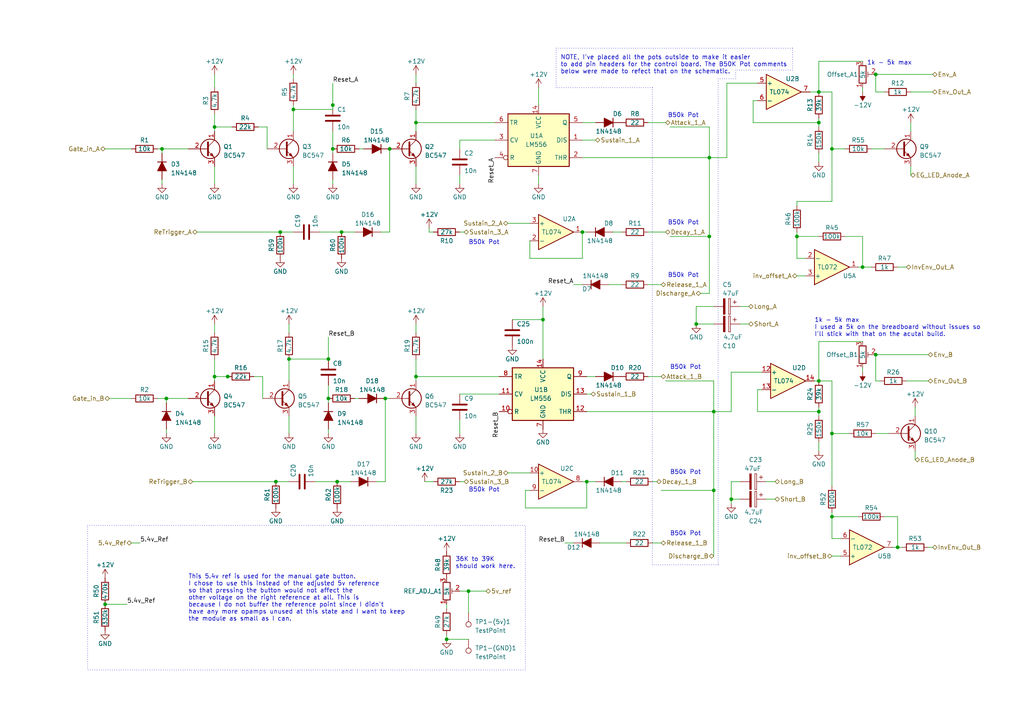
<source format=kicad_sch>
(kicad_sch (version 20230121) (generator eeschema)
  (paper "A4")
  (junction (at 81.28 67.31))
  (junction (at 96.52 30.48))
  (junction (at 95.25 115.57))
  (junction (at 85.09 31.75))
  (junction (at 66.04 109.22))
  (junction (at 237.49 119.38))
  (junction (at 212.09 144.78))
  (junction (at 168.91 67.31))
  (junction (at 46.99 43.18))
  (junction (at 113.03 43.18))
  (junction (at 135.89 171.45))
  (junction (at 201.93 93.98))
  (junction (at 95.25 104.14))
  (junction (at 254 21.59))
  (junction (at 111.76 115.57))
  (junction (at 254 102.87))
  (junction (at 207.01 119.38))
  (junction (at 250.19 77.47))
  (junction (at 99.06 67.31))
  (junction (at 120.65 109.22))
  (junction (at 48.26 115.57))
  (junction (at 129.54 185.42))
  (junction (at 237.49 35.56))
  (junction (at 80.01 139.7))
  (junction (at 231.14 68.58))
  (junction (at 205.74 45.72))
  (junction (at 62.23 36.83))
  (junction (at 260.35 158.75))
  (junction (at 96.52 43.18))
  (junction (at 237.49 26.67))
  (junction (at 30.48 175.26))
  (junction (at 207.01 142.24))
  (junction (at 241.3 125.73))
  (junction (at 157.48 92.71))
  (junction (at 83.82 104.14))
  (junction (at 97.79 139.7))
  (junction (at 120.65 35.56))
  (junction (at 237.49 110.49))
  (junction (at 241.3 149.86))
  (junction (at 241.3 43.18))
  (junction (at 170.18 139.7))
  (junction (at 62.23 109.22))
  (junction (at 205.74 68.58))
  (wire (pts (xy 168.91 74.93) (xy 168.91 67.31)))
  (wire (pts (xy 147.32 137.16) (xy 153.67 137.16)))
  (wire (pts (xy 212.09 139.7) (xy 212.09 144.78)))
  (wire (pts (xy 270.51 158.75) (xy 269.24 158.75)))
  (wire (pts (xy 62.23 36.83) (xy 67.31 36.83)))
  (wire (pts (xy 85.09 48.26) (xy 85.09 53.34)))
  (wire (pts (xy 120.65 93.98) (xy 120.65 96.52)))
  (wire (pts (xy 166.37 82.55) (xy 168.91 82.55)))
  (wire (pts (xy 214.63 88.9) (xy 217.17 88.9)))
  (wire (pts (xy 96.52 31.75) (xy 96.52 30.48)))
  (wire (pts (xy 113.03 43.18) (xy 113.03 67.31)))
  (wire (pts (xy 250.19 107.95) (xy 250.19 106.68)))
  (wire (pts (xy 123.19 139.7) (xy 125.73 139.7)))
  (wire (pts (xy 254 26.67) (xy 256.54 26.67)))
  (wire (pts (xy 254 21.59) (xy 254 26.67)))
  (wire (pts (xy 152.4 142.24) (xy 152.4 147.32)))
  (wire (pts (xy 129.54 185.42) (xy 135.89 185.42)))
  (wire (pts (xy 245.11 68.58) (xy 250.19 68.58)))
  (wire (pts (xy 95.25 97.79) (xy 95.25 104.14)))
  (wire (pts (xy 120.65 48.26) (xy 120.65 53.34)))
  (wire (pts (xy 262.89 77.47) (xy 260.35 77.47)))
  (wire (pts (xy 250.19 77.47) (xy 252.73 77.47)))
  (wire (pts (xy 207.01 119.38) (xy 207.01 142.24)))
  (wire (pts (xy 156.21 25.4) (xy 156.21 30.48)))
  (wire (pts (xy 241.3 161.29) (xy 243.84 161.29)))
  (wire (pts (xy 62.23 93.98) (xy 62.23 96.52)))
  (wire (pts (xy 73.66 109.22) (xy 76.2 109.22)))
  (wire (pts (xy 124.46 67.31) (xy 125.73 67.31)))
  (wire (pts (xy 97.79 139.7) (xy 101.6 139.7)))
  (wire (pts (xy 210.82 24.13) (xy 210.82 45.72)))
  (wire (pts (xy 62.23 109.22) (xy 66.04 109.22)))
  (wire (pts (xy 254 125.73) (xy 257.81 125.73)))
  (wire (pts (xy 187.96 35.56) (xy 193.04 35.56)))
  (wire (pts (xy 83.82 104.14) (xy 83.82 110.49)))
  (wire (pts (xy 113.03 67.31) (xy 110.49 67.31)))
  (wire (pts (xy 236.22 110.49) (xy 237.49 110.49)))
  (wire (pts (xy 48.26 115.57) (xy 48.26 116.84)))
  (wire (pts (xy 237.49 17.78) (xy 237.49 26.67)))
  (wire (pts (xy 152.4 147.32) (xy 170.18 147.32)))
  (wire (pts (xy 218.44 29.21) (xy 219.71 29.21)))
  (wire (pts (xy 76.2 109.22) (xy 76.2 115.57)))
  (wire (pts (xy 231.14 68.58) (xy 237.49 68.58)))
  (wire (pts (xy 85.09 21.59) (xy 85.09 22.86)))
  (wire (pts (xy 237.49 99.06) (xy 237.49 110.49)))
  (polyline (pts (xy 189.23 25.4) (xy 189.23 163.83)) (stroke (width 0) (type dot)))
  (wire (pts (xy 134.62 139.7) (xy 133.35 139.7)))
  (wire (pts (xy 222.25 139.7) (xy 224.79 139.7)))
  (wire (pts (xy 96.52 24.13) (xy 96.52 30.48)))
  (wire (pts (xy 95.25 115.57) (xy 95.25 116.84)))
  (polyline (pts (xy 161.29 25.4) (xy 161.29 13.97)) (stroke (width 0) (type dot)))
  (wire (pts (xy 219.71 113.03) (xy 219.71 119.38)))
  (wire (pts (xy 62.23 36.83) (xy 62.23 38.1)))
  (wire (pts (xy 205.74 68.58) (xy 205.74 85.09)))
  (wire (pts (xy 250.19 68.58) (xy 250.19 77.47)))
  (wire (pts (xy 241.3 43.18) (xy 245.11 43.18)))
  (wire (pts (xy 30.48 175.26) (xy 36.83 175.26)))
  (wire (pts (xy 83.82 93.98) (xy 83.82 96.52)))
  (wire (pts (xy 191.77 142.24) (xy 207.01 142.24)))
  (wire (pts (xy 153.67 69.85) (xy 153.67 74.93)))
  (wire (pts (xy 66.04 109.22) (xy 67.31 109.22)))
  (wire (pts (xy 262.89 110.49) (xy 269.24 110.49)))
  (wire (pts (xy 147.32 64.77) (xy 153.67 64.77)))
  (wire (pts (xy 170.18 119.38) (xy 207.01 119.38)))
  (wire (pts (xy 231.14 59.69) (xy 231.14 58.42)))
  (wire (pts (xy 129.54 184.15) (xy 129.54 185.42)))
  (wire (pts (xy 120.65 31.75) (xy 120.65 35.56)))
  (wire (pts (xy 254 110.49) (xy 254 102.87)))
  (wire (pts (xy 233.68 74.93) (xy 231.14 74.93)))
  (wire (pts (xy 48.26 115.57) (xy 54.61 115.57)))
  (wire (pts (xy 92.71 67.31) (xy 99.06 67.31)))
  (wire (pts (xy 148.59 92.71) (xy 157.48 92.71)))
  (wire (pts (xy 254 110.49) (xy 255.27 110.49)))
  (wire (pts (xy 241.3 148.59) (xy 241.3 149.86)))
  (wire (pts (xy 176.53 82.55) (xy 180.34 82.55)))
  (wire (pts (xy 252.73 43.18) (xy 256.54 43.18)))
  (wire (pts (xy 152.4 142.24) (xy 153.67 142.24)))
  (wire (pts (xy 260.35 149.86) (xy 260.35 158.75)))
  (wire (pts (xy 120.65 104.14) (xy 120.65 109.22)))
  (wire (pts (xy 218.44 29.21) (xy 218.44 35.56)))
  (wire (pts (xy 80.01 139.7) (xy 83.82 139.7)))
  (wire (pts (xy 62.23 120.65) (xy 62.23 125.73)))
  (wire (pts (xy 207.01 142.24) (xy 207.01 161.29)))
  (wire (pts (xy 46.99 53.34) (xy 46.99 52.07)))
  (wire (pts (xy 168.91 40.64) (xy 172.72 40.64)))
  (wire (pts (xy 95.25 111.76) (xy 95.25 115.57)))
  (wire (pts (xy 212.09 146.05) (xy 212.09 144.78)))
  (wire (pts (xy 207.01 88.9) (xy 201.93 88.9)))
  (wire (pts (xy 120.65 120.65) (xy 120.65 125.73)))
  (wire (pts (xy 157.48 88.9) (xy 157.48 92.71)))
  (wire (pts (xy 135.89 171.45) (xy 140.97 171.45)))
  (polyline (pts (xy 213.36 22.86) (xy 208.28 22.86)) (stroke (width 0) (type dot)))
  (wire (pts (xy 129.54 175.26) (xy 129.54 176.53)))
  (wire (pts (xy 187.96 109.22) (xy 191.77 109.22)))
  (wire (pts (xy 38.1 115.57) (xy 31.75 115.57)))
  (wire (pts (xy 111.76 139.7) (xy 109.22 139.7)))
  (wire (pts (xy 46.99 43.18) (xy 46.99 44.45)))
  (wire (pts (xy 237.49 110.49) (xy 241.3 110.49)))
  (wire (pts (xy 133.35 40.64) (xy 133.35 43.18)))
  (wire (pts (xy 163.83 157.48) (xy 166.37 157.48)))
  (wire (pts (xy 135.89 171.45) (xy 135.89 177.8)))
  (wire (pts (xy 201.93 88.9) (xy 201.93 93.98)))
  (wire (pts (xy 85.09 30.48) (xy 85.09 31.75)))
  (wire (pts (xy 237.49 35.56) (xy 237.49 36.83)))
  (wire (pts (xy 254 21.59) (xy 270.51 21.59)))
  (wire (pts (xy 189.23 157.48) (xy 191.77 157.48)))
  (wire (pts (xy 57.15 67.31) (xy 81.28 67.31)))
  (wire (pts (xy 207.01 119.38) (xy 207.01 110.49)))
  (wire (pts (xy 133.35 67.31) (xy 134.62 67.31)))
  (wire (pts (xy 111.76 115.57) (xy 111.76 139.7)))
  (wire (pts (xy 170.18 114.3) (xy 171.45 114.3)))
  (wire (pts (xy 173.99 157.48) (xy 181.61 157.48)))
  (wire (pts (xy 265.43 130.81) (xy 265.43 133.35)))
  (wire (pts (xy 218.44 35.56) (xy 237.49 35.56)))
  (wire (pts (xy 170.18 109.22) (xy 172.72 109.22)))
  (wire (pts (xy 243.84 156.21) (xy 241.3 156.21)))
  (wire (pts (xy 241.3 110.49) (xy 241.3 125.73)))
  (wire (pts (xy 38.1 157.48) (xy 40.64 157.48)))
  (wire (pts (xy 241.3 43.18) (xy 241.3 58.42)))
  (wire (pts (xy 250.19 17.78) (xy 237.49 17.78)))
  (wire (pts (xy 250.19 26.67) (xy 250.19 25.4)))
  (wire (pts (xy 212.09 107.95) (xy 212.09 119.38)))
  (wire (pts (xy 241.3 156.21) (xy 241.3 149.86)))
  (wire (pts (xy 214.63 93.98) (xy 217.17 93.98)))
  (polyline (pts (xy 208.28 22.86) (xy 208.28 163.83)) (stroke (width 0) (type dot)))
  (wire (pts (xy 85.09 31.75) (xy 85.09 38.1)))
  (wire (pts (xy 254 102.87) (xy 269.24 102.87)))
  (wire (pts (xy 231.14 67.31) (xy 231.14 68.58)))
  (wire (pts (xy 259.08 158.75) (xy 260.35 158.75)))
  (wire (pts (xy 170.18 139.7) (xy 172.72 139.7)))
  (wire (pts (xy 256.54 149.86) (xy 260.35 149.86)))
  (wire (pts (xy 261.62 158.75) (xy 260.35 158.75)))
  (wire (pts (xy 91.44 139.7) (xy 97.79 139.7)))
  (wire (pts (xy 189.23 139.7) (xy 190.5 139.7)))
  (wire (pts (xy 120.65 21.59) (xy 120.65 24.13)))
  (wire (pts (xy 177.8 67.31) (xy 180.34 67.31)))
  (wire (pts (xy 194.31 68.58) (xy 205.74 68.58)))
  (wire (pts (xy 241.3 26.67) (xy 241.3 43.18)))
  (wire (pts (xy 38.1 43.18) (xy 30.48 43.18)))
  (wire (pts (xy 120.65 109.22) (xy 120.65 110.49)))
  (wire (pts (xy 81.28 67.31) (xy 85.09 67.31)))
  (wire (pts (xy 153.67 74.93) (xy 168.91 74.93)))
  (wire (pts (xy 187.96 67.31) (xy 193.04 67.31)))
  (wire (pts (xy 74.93 36.83) (xy 77.47 36.83)))
  (wire (pts (xy 133.35 171.45) (xy 135.89 171.45)))
  (wire (pts (xy 133.35 53.34) (xy 133.35 50.8)))
  (wire (pts (xy 241.3 149.86) (xy 248.92 149.86)))
  (wire (pts (xy 205.74 45.72) (xy 205.74 36.83)))
  (polyline (pts (xy 229.87 13.97) (xy 229.87 20.32)) (stroke (width 0) (type dot)))
  (wire (pts (xy 120.65 35.56) (xy 143.51 35.56)))
  (wire (pts (xy 237.49 44.45) (xy 237.49 46.99)))
  (wire (pts (xy 83.82 120.65) (xy 83.82 125.73)))
  (wire (pts (xy 201.93 93.98) (xy 207.01 93.98)))
  (wire (pts (xy 231.14 74.93) (xy 231.14 68.58)))
  (wire (pts (xy 62.23 109.22) (xy 62.23 110.49)))
  (wire (pts (xy 85.09 31.75) (xy 96.52 31.75)))
  (wire (pts (xy 168.91 67.31) (xy 170.18 67.31)))
  (wire (pts (xy 111.76 115.57) (xy 113.03 115.57)))
  (wire (pts (xy 96.52 53.34) (xy 96.52 52.07)))
  (wire (pts (xy 264.16 26.67) (xy 270.51 26.67)))
  (wire (pts (xy 62.23 33.02) (xy 62.23 36.83)))
  (wire (pts (xy 205.74 45.72) (xy 205.74 68.58)))
  (wire (pts (xy 168.91 139.7) (xy 170.18 139.7)))
  (wire (pts (xy 133.35 40.64) (xy 143.51 40.64)))
  (wire (pts (xy 170.18 147.32) (xy 170.18 139.7)))
  (wire (pts (xy 250.19 99.06) (xy 237.49 99.06)))
  (wire (pts (xy 212.09 144.78) (xy 214.63 144.78)))
  (wire (pts (xy 207.01 119.38) (xy 212.09 119.38)))
  (wire (pts (xy 96.52 38.1) (xy 96.52 43.18)))
  (wire (pts (xy 124.46 66.04) (xy 124.46 67.31)))
  (wire (pts (xy 45.72 115.57) (xy 48.26 115.57)))
  (wire (pts (xy 265.43 118.11) (xy 265.43 120.65)))
  (wire (pts (xy 168.91 35.56) (xy 172.72 35.56)))
  (wire (pts (xy 180.34 139.7) (xy 181.61 139.7)))
  (wire (pts (xy 62.23 48.26) (xy 62.23 53.34)))
  (wire (pts (xy 193.04 110.49) (xy 207.01 110.49)))
  (wire (pts (xy 102.87 115.57) (xy 104.14 115.57)))
  (wire (pts (xy 248.92 77.47) (xy 250.19 77.47)))
  (wire (pts (xy 48.26 125.73) (xy 48.26 124.46)))
  (wire (pts (xy 219.71 113.03) (xy 220.98 113.03)))
  (wire (pts (xy 62.23 21.59) (xy 62.23 25.4)))
  (wire (pts (xy 203.2 85.09) (xy 205.74 85.09)))
  (wire (pts (xy 157.48 92.71) (xy 157.48 104.14)))
  (wire (pts (xy 237.49 35.56) (xy 237.49 34.29)))
  (polyline (pts (xy 213.36 20.32) (xy 213.36 22.86)) (stroke (width 0) (type dot)))
  (polyline (pts (xy 208.28 163.83) (xy 189.23 163.83)) (stroke (width 0) (type dot)))
  (polyline (pts (xy 189.23 25.4) (xy 161.29 25.4)) (stroke (width 0) (type dot)))
  (wire (pts (xy 168.91 45.72) (xy 205.74 45.72)))
  (wire (pts (xy 99.06 67.31) (xy 102.87 67.31)))
  (wire (pts (xy 133.35 114.3) (xy 144.78 114.3)))
  (wire (pts (xy 77.47 36.83) (xy 77.47 43.18)))
  (wire (pts (xy 219.71 119.38) (xy 237.49 119.38)))
  (wire (pts (xy 237.49 118.11) (xy 237.49 119.38)))
  (wire (pts (xy 55.88 139.7) (xy 80.01 139.7)))
  (wire (pts (xy 231.14 58.42) (xy 241.3 58.42)))
  (wire (pts (xy 45.72 43.18) (xy 46.99 43.18)))
  (wire (pts (xy 187.96 82.55) (xy 191.77 82.55)))
  (wire (pts (xy 264.16 48.26) (xy 264.16 50.8)))
  (wire (pts (xy 234.95 26.67) (xy 237.49 26.67)))
  (wire (pts (xy 205.74 45.72) (xy 210.82 45.72)))
  (wire (pts (xy 95.25 125.73) (xy 95.25 124.46)))
  (polyline (pts (xy 229.87 20.32) (xy 213.36 20.32)) (stroke (width 0) (type dot)))
  (wire (pts (xy 231.14 80.01) (xy 233.68 80.01)))
  (wire (pts (xy 237.49 119.38) (xy 237.49 120.65)))
  (wire (pts (xy 214.63 139.7) (xy 212.09 139.7)))
  (wire (pts (xy 212.09 107.95) (xy 220.98 107.95)))
  (wire (pts (xy 104.14 43.18) (xy 105.41 43.18)))
  (wire (pts (xy 237.49 128.27) (xy 237.49 130.81)))
  (wire (pts (xy 237.49 26.67) (xy 241.3 26.67)))
  (wire (pts (xy 264.16 35.56) (xy 264.16 38.1)))
  (wire (pts (xy 120.65 35.56) (xy 120.65 38.1)))
  (wire (pts (xy 96.52 43.18) (xy 96.52 44.45)))
  (wire (pts (xy 241.3 125.73) (xy 246.38 125.73)))
  (wire (pts (xy 133.35 125.73) (xy 133.35 121.92)))
  (wire (pts (xy 83.82 104.14) (xy 95.25 104.14)))
  (wire (pts (xy 194.31 36.83) (xy 205.74 36.83)))
  (wire (pts (xy 222.25 144.78) (xy 224.79 144.78)))
  (wire (pts (xy 210.82 24.13) (xy 219.71 24.13)))
  (wire (pts (xy 156.21 53.34) (xy 156.21 50.8)))
  (wire (pts (xy 62.23 104.14) (xy 62.23 109.22)))
  (wire (pts (xy 46.99 43.18) (xy 54.61 43.18)))
  (polyline (pts (xy 161.29 13.97) (xy 229.87 13.97)) (stroke (width 0) (type dot)))
  (wire (pts (xy 120.65 109.22) (xy 144.78 109.22)))
  (wire (pts (xy 241.3 125.73) (xy 241.3 140.97)))
  (rectangle (start 25.4 152.4) (end 152.4 194.31) (stroke (width 0) (type dot)))
  (text "B50k Pot" (at 193.675 65.405 0) (effects (font (size 1.27 1.27)) (justify left bottom)))
  (text "1k - 5k max\nI used a 5k on the breadboard without issues so\nI'll stick with that on the acutal build." (at 236.22 97.79 0) (effects (font (size 1.27 1.27)) (justify left bottom)))
  (text "This 5.4v ref is used for the manual gate button.\nI chose to use this instead of the adjusted 5v reference\nso that pressing the button would not affect the\nother voltage on the right reference at all. This is\nbecause I do not buffer the reference point since I didn't\nhave any more opamps unused at this state and I want to keep\nthe module as small as I can." (at 54.61 180.34 0) (effects (font (size 1.27 1.27)) (justify left bottom)))
  (text "B50k Pot" (at 193.675 80.645 0) (effects (font (size 1.27 1.27)) (justify left bottom)))
  (text "B50k Pot" (at 194.31 107.315 0) (effects (font (size 1.27 1.27)) (justify left bottom)))
  (text "36K to 39K\nshould work here." (at 132.08 165.1 0) (effects (font (size 1.27 1.27)) (justify left bottom)))
  (text "1k - 5k max" (at 251.46 19.05 0) (effects (font (size 1.27 1.27)) (justify left bottom)))
  (text "B50k Pot" (at 194.31 137.795 0) (effects (font (size 1.27 1.27)) (justify left bottom)))
  (text "NOTE, I've placed all the pots outside to make it easier\nto add pin headers for the control board. The B50K Pot comments\nbelow were made to refect that on the schematic." (at 162.56 21.59 0) (effects (font (size 1.27 1.27)) (justify left bottom)))
  (text "B50k Pot" (at 194.31 155.575 0) (effects (font (size 1.27 1.27)) (justify left bottom)))
  (text "B50k Pot" (at 135.89 142.875 0) (effects (font (size 1.27 1.27)) (justify left bottom)))
  (text "B50k Pot" (at 193.675 34.29 0) (effects (font (size 1.27 1.27)) (justify left bottom)))
  (text "B50k Pot" (at 135.89 71.12 0) (effects (font (size 1.27 1.27)) (justify left bottom)))
  (label "5.4v_Ref" (at 36.83 175.26 0))
  (label "5.4v_Ref" (at 40.64 157.48 0))
  (label "Reset_B" (at 95.25 97.79 0))
  (label "Reset_A" (at 96.52 24.13 0))
  (label "Reset_B" (at 163.83 157.48 180))
  (label "Reset_A" (at 143.51 45.72 270))
  (label "Reset_A" (at 166.37 82.55 180))
  (label "Reset_B" (at 144.78 119.38 270))
  (hierarchical_label "ReTrigger_A" (shape bidirectional) (at 57.15 67.31 180))
  (hierarchical_label "Sustain_2_A" (shape bidirectional) (at 147.32 64.77 180))
  (hierarchical_label "Release_1_A" (shape bidirectional) (at 191.77 82.55 0))
  (hierarchical_label "Sustain_3_B" (shape bidirectional) (at 134.62 139.7 0))
  (hierarchical_label "InvEnv_Out_B" (shape bidirectional) (at 270.51 158.75 0))
  (hierarchical_label "Sustain_1_A" (shape bidirectional) (at 172.72 40.64 0))
  (hierarchical_label "5.4v_Ref" (shape bidirectional) (at 38.1 157.48 180))
  (hierarchical_label "Env_A" (shape bidirectional) (at 270.51 21.59 0))
  (hierarchical_label "InvEnv_Out_A" (shape bidirectional) (at 262.89 77.47 0))
  (hierarchical_label "Release_1_B" (shape bidirectional) (at 191.77 157.48 0))
  (hierarchical_label "Env_Out_B" (shape bidirectional) (at 269.24 110.49 0))
  (hierarchical_label "EG_LED_Anode_A" (shape bidirectional) (at 264.16 50.8 0))
  (hierarchical_label "Env_B" (shape bidirectional) (at 269.24 102.87 0))
  (hierarchical_label "inv_offset_A" (shape bidirectional) (at 231.14 80.01 180))
  (hierarchical_label "Env_Out_A" (shape bidirectional) (at 270.51 26.67 0))
  (hierarchical_label "Short_A" (shape bidirectional) (at 217.17 93.98 0))
  (hierarchical_label "Sustain_2_B" (shape bidirectional) (at 147.32 137.16 180))
  (hierarchical_label "inv_offset_B" (shape bidirectional) (at 241.3 161.29 180))
  (hierarchical_label "Long_B" (shape bidirectional) (at 224.79 139.7 0))
  (hierarchical_label "Decay_1_A" (shape bidirectional) (at 193.04 67.31 0))
  (hierarchical_label "Gate_in_A" (shape bidirectional) (at 30.48 43.18 180))
  (hierarchical_label "Discharge_B" (shape bidirectional) (at 207.01 161.29 180))
  (hierarchical_label "Sustain_3_A" (shape bidirectional) (at 134.62 67.31 0))
  (hierarchical_label "EG_LED_Anode_B" (shape bidirectional) (at 265.43 133.35 0))
  (hierarchical_label "Long_A" (shape bidirectional) (at 217.17 88.9 0))
  (hierarchical_label "5v_ref" (shape bidirectional) (at 140.97 171.45 0))
  (hierarchical_label "Short_B" (shape bidirectional) (at 224.79 144.78 0))
  (hierarchical_label "Discharge_A" (shape bidirectional) (at 203.2 85.09 180))
  (hierarchical_label "Decay_1_B" (shape bidirectional) (at 190.5 139.7 0))
  (hierarchical_label "Sustain_1_B" (shape bidirectional) (at 171.45 114.3 0))
  (hierarchical_label "ReTrigger_B" (shape bidirectional) (at 55.88 139.7 180))
  (hierarchical_label "Gate_in_B" (shape bidirectional) (at 31.75 115.57 180))
  (hierarchical_label "Attack_1_B" (shape bidirectional) (at 191.77 109.22 0))
  (hierarchical_label "Attack_1_A" (shape bidirectional) (at 193.04 35.56 0))
  (symbol (lib_id "*SCS:R-THL") (at 30.48 171.45 0) (unit 1)
    (property "Reference" "R50" (at 27.94 171.45 90))
    (property "Value" "470k" (at 30.48 171.45 90))
    (property "Footprint" "Resistor_THT:R_Axial_DIN0207_L6.3mm_D2.5mm_P2.54mm_Vertical" (effects hide))
  )
  (symbol (lib_name "GND_1") (lib_id "power:GND") (at 80.01 147.32 0) (unit 1)
    (property "Reference" "#PWR05" (effects hide))
    (property "Value" "GND" (at 80.01 151.13 0))
    (instances (project "MOL" (path "" (reference "#PWR05") (unit 1)) (path "" (reference "#PWR077") (unit 1))))
  )
  (symbol (lib_id "*SCS:D-THL") (at 46.99 48.26 270) (unit 1)
    (property "Reference" "D3" (at 49.53 47.625 90) (effects (justify left)))
    (property "Value" "1N4148" (at 49.53 50.165 90) (effects (justify left)))
    (property "Footprint" "*SCS_ScruffyCat:D_DO-35_SOD27_P2.54mm_Vertical_KathodeUp" (effects hide))
  )
  (symbol (lib_name "GND_1") (lib_id "power:GND") (at 201.93 93.98 0) (unit 1)
    (property "Reference" "#PWR05" (effects hide))
    (property "Value" "GND" (at 201.93 97.79 0))
    (instances (project "MOL" (path "" (reference "#PWR05") (unit 1)) (path "" (reference "#PWR082") (unit 1)) (path "" (reference "#PWR?") (unit 1))))
  )
  (symbol (lib_id "*SCS:R-THL") (at 129.54 139.7 270) (unit 1)
    (property "Reference" "R23" (at 129.54 142.24 90))
    (property "Value" "27k" (at 129.54 139.7 90))
    (property "Footprint" "Resistor_THT:R_Axial_DIN0207_L6.3mm_D2.5mm_P2.54mm_Vertical" (effects hide))
  )
  (symbol (lib_name "GND_1") (lib_id "power:GND") (at 120.65 125.73 0) (unit 1)
    (property "Reference" "#PWR05" (effects hide))
    (property "Value" "GND" (at 120.65 129.54 0))
    (instances (project "MOL" (path "" (reference "#PWR05") (unit 1)) (path "" (reference "#PWR028") (unit 1))))
  )
  (symbol (lib_id "*SCS:R-THL") (at 97.79 143.51 0) (unit 1)
    (property "Reference" "R62" (at 95.25 143.51 90))
    (property "Value" "100k" (at 97.79 143.51 90))
    (property "Footprint" "Resistor_THT:R_Axial_DIN0207_L6.3mm_D2.5mm_P2.54mm_Vertical" (effects hide))
  )
  (symbol (lib_id "Transistor_BJT:BC547") (at 82.55 43.18 0) (unit 1)
    (property "Reference" "Q3" (at 87.63 42.545 0) (effects (justify left)))
    (property "Value" "BC547" (at 87.63 45.085 0) (effects (justify left)))
    (property "Footprint" "Package_TO_SOT_THT:TO-92_Wide" (effects hide))
    (property "Datasheet" "https://www.onsemi.com/pub/Collateral/BC550-D.pdf" (effects hide))
  )
  (symbol (lib_id "*SCS:R-THL") (at 237.49 40.64 180) (unit 1)
    (property "Reference" "R14" (at 234.95 40.64 90))
    (property "Value" "150k" (at 237.49 40.64 90))
    (property "Footprint" "Resistor_THT:R_Axial_DIN0207_L6.3mm_D2.5mm_P2.54mm_Vertical" (effects hide))
  )
  (symbol (lib_id "*SCS:R-THL") (at 120.65 27.94 180) (unit 1)
    (property "Reference" "R7" (at 118.11 27.94 90))
    (property "Value" "4.7k" (at 120.65 27.94 90))
    (property "Footprint" "Resistor_THT:R_Axial_DIN0207_L6.3mm_D2.5mm_P2.54mm_Vertical" (effects hide))
  )
  (symbol (lib_id "*SCS:R-THL") (at 231.14 63.5 0) (unit 1)
    (property "Reference" "R46" (at 228.6 63.5 90))
    (property "Value" "100k" (at 231.14 63.5 90))
    (property "Footprint" "Resistor_THT:R_Axial_DIN0207_L6.3mm_D2.5mm_P2.54mm_Vertical" (effects hide))
  )
  (symbol (lib_id "Amplifier_Operational:TL074") (at 227.33 26.67 0) (unit 2)
    (property "Reference" "U2" (at 229.87 22.86 0))
    (property "Value" "TL074" (at 226.06 26.67 0))
    (property "Footprint" "Package_DIP:DIP-14_W7.62mm_Socket" (effects hide))
    (property "Datasheet" "http://www.ti.com/lit/ds/symlink/tl071.pdf" (effects hide))
  )
  (symbol (lib_id "*SCS:R-THL") (at 185.42 157.48 90) (unit 1)
    (property "Reference" "R22" (at 185.42 154.94 90))
    (property "Value" "22" (at 185.42 157.48 90))
    (property "Footprint" "Resistor_THT:R_Axial_DIN0207_L6.3mm_D2.5mm_P2.54mm_Vertical" (effects hide))
  )
  (symbol (lib_id "*SCS:D-THL") (at 96.52 48.26 270) (unit 1)
    (property "Reference" "D5" (at 99.06 47.625 90) (effects (justify left)))
    (property "Value" "1N4148" (at 99.06 50.165 90) (effects (justify left)))
    (property "Footprint" "*SCS_ScruffyCat:D_DO-35_SOD27_P2.54mm_Vertical_KathodeUp" (effects hide))
  )
  (symbol (lib_id "*SCS:LM556") (at 157.48 114.3 0) (unit 2)
    (property "Reference" "U1" (at 154.94 113.03 0) (effects (justify left)))
    (property "Value" "LM556" (at 153.67 115.57 0) (effects (justify left)))
    (property "Footprint" "Package_DIP:DIP-14_W7.62mm_Socket" (effects hide))
    (property "Datasheet" "http://www.ti.com/lit/ds/symlink/lm556.pdf" (effects hide))
  )
  (symbol (lib_id "*SCS:R-THL") (at 237.49 124.46 180) (unit 1)
    (property "Reference" "R25" (at 234.95 124.46 90))
    (property "Value" "150k" (at 237.49 124.46 90))
    (property "Footprint" "Resistor_THT:R_Axial_DIN0207_L6.3mm_D2.5mm_P2.54mm_Vertical" (effects hide))
  )
  (symbol (lib_id "Device:R_Potentiometer_Trim") (at 250.19 21.59 0) (mirror x) (unit 1)
    (property "Reference" "Offset_A1" (at 248.92 21.59 0) (effects (justify right)))
    (property "Value" "5k" (at 250.19 22.86 90) (effects (justify right)))
    (property "Footprint" "*SCS_ScruffyCat:Potentiometer_Trim_Vertical_THL" (effects hide))
  )
  (symbol (lib_name "GND_1") (lib_id "power:GND") (at 129.54 185.42 0) (unit 1)
    (property "Reference" "#PWR05" (effects hide))
    (property "Value" "GND" (at 129.54 189.23 0))
    (instances (project "MOL" (path "" (reference "#PWR05") (unit 1)) (path "" (reference "#PWR057") (unit 1))))
  )
  (symbol (lib_id "*SCS:C_Polarized_THL") (at 218.44 144.78 270) (unit 1)
    (property "Reference" "C24" (at 217.17 151.13 90) (effects (justify left)))
    (property "Value" "4.7uF" (at 215.9 148.59 90) (effects (justify left)))
    (property "Footprint" "Capacitor_THT:CP_Radial_D5.0mm_P2.50mm" (effects hide))
    (instances (project "MOL" (path "" (reference "C24") (unit 1)) (path "" (reference "C?") (unit 1))))
  )
  (symbol (lib_id "*SCS:R-THL") (at 265.43 158.75 90) (unit 1)
    (property "Reference" "R53" (at 265.43 156.21 90))
    (property "Value" "1k" (at 265.43 158.75 90))
    (property "Footprint" "Resistor_THT:R_Axial_DIN0207_L6.3mm_D2.5mm_P2.54mm_Vertical" (effects hide))
  )
  (symbol (lib_id "*SCS:R-THL") (at 250.19 125.73 270) (unit 1)
    (property "Reference" "R57" (at 250.19 123.19 90))
    (property "Value" "10k" (at 250.19 125.73 90))
    (property "Footprint" "Resistor_THT:R_Axial_DIN0207_L6.3mm_D2.5mm_P2.54mm_Vertical" (effects hide))
  )
  (symbol (lib_id "*SCS:R-THL") (at 85.09 26.67 180) (unit 1)
    (property "Reference" "R5" (at 82.55 26.67 90))
    (property "Value" "4.7k" (at 85.09 26.67 90))
    (property "Footprint" "Resistor_THT:R_Axial_DIN0207_L6.3mm_D2.5mm_P2.54mm_Vertical" (effects hide))
  )
  (symbol (lib_id "*SCS:R-THL") (at 237.49 30.48 180) (unit 1)
    (property "Reference" "R13" (at 234.95 30.48 90))
    (property "Value" "39k" (at 237.49 30.48 90))
    (property "Footprint" "Resistor_THT:R_Axial_DIN0207_L6.3mm_D2.5mm_P2.54mm_Vertical" (effects hide))
  )
  (symbol (lib_id "*SCS:R-THL") (at 252.73 149.86 270) (unit 1)
    (property "Reference" "R54" (at 252.73 147.32 90))
    (property "Value" "100k" (at 252.73 149.86 90))
    (property "Footprint" "Resistor_THT:R_Axial_DIN0207_L6.3mm_D2.5mm_P2.54mm_Vertical" (effects hide))
  )
  (symbol (lib_id "*SCS:R-THL") (at 184.15 35.56 90) (unit 1)
    (property "Reference" "R8" (at 184.15 33.02 90))
    (property "Value" "22" (at 184.15 35.56 90))
    (property "Footprint" "Resistor_THT:R_Axial_DIN0207_L6.3mm_D2.5mm_P2.54mm_Vertical" (effects hide))
  )
  (symbol (lib_id "*SCS:R-THL") (at 99.06 115.57 90) (unit 1)
    (property "Reference" "R18" (at 99.06 113.03 90))
    (property "Value" "10k" (at 99.06 115.57 90))
    (property "Footprint" "Resistor_THT:R_Axial_DIN0207_L6.3mm_D2.5mm_P2.54mm_Vertical" (effects hide))
  )
  (symbol (lib_id "*SCS:TL072") (at 241.3 77.47 0) (mirror x) (unit 1)
    (property "Reference" "U5" (at 246.38 80.01 0))
    (property "Value" "TL072" (at 240.03 77.47 0))
    (property "Footprint" "Package_DIP:DIP-8_W7.62mm_Socket" (effects hide))
    (property "Datasheet" "http://www.ti.com/lit/ds/symlink/lm358.pdf" (effects hide))
  )
  (symbol (lib_name "GND_1") (lib_id "power:GND") (at 99.06 74.93 0) (unit 1)
    (property "Reference" "#PWR05" (effects hide))
    (property "Value" "GND" (at 99.06 78.74 0))
    (instances (project "MOL" (path "" (reference "#PWR05") (unit 1)) (path "" (reference "#PWR076") (unit 1))))
  )
  (symbol (lib_id "*SCS:D-THL") (at 170.18 157.48 0) (unit 1)
    (property "Reference" "D12" (at 166.37 158.75 0))
    (property "Value" "1N4148" (at 170.18 154.94 0))
    (property "Footprint" "*SCS_ScruffyCat:D_DO-35_SOD27_P2.54mm_Vertical_KathodeUp" (effects hide))
  )
  (symbol (lib_id "power:-12V") (at 250.19 26.67 180) (unit 1)
    (property "Reference" "#PWR061" (effects hide))
    (property "Value" "-12V" (at 250.19 30.48 0))
    (instances (project "MOL" (path "" (reference "#PWR061") (unit 1)) (path "" (reference "#PWR095") (unit 1))))
  )
  (symbol (lib_id "*SCS:R-THL") (at 129.54 163.83 0) (unit 1)
    (property "Reference" "R48" (at 127 163.83 90))
    (property "Value" "39k" (at 129.54 163.83 90))
    (property "Footprint" "Resistor_THT:R_Axial_DIN0207_L6.3mm_D2.5mm_P2.54mm_Vertical" (effects hide))
  )
  (symbol (lib_id "*SCS:R-THL") (at 184.15 109.22 90) (unit 1)
    (property "Reference" "R20" (at 184.15 106.68 90))
    (property "Value" "22" (at 184.15 109.22 90))
    (property "Footprint" "Resistor_THT:R_Axial_DIN0207_L6.3mm_D2.5mm_P2.54mm_Vertical" (effects hide))
  )
  (symbol (lib_id "*SCS:LM556") (at 156.21 40.64 0) (unit 1)
    (property "Reference" "U1" (at 153.67 39.37 0) (effects (justify left)))
    (property "Value" "LM556" (at 152.4 41.91 0) (effects (justify left)))
    (property "Footprint" "Package_DIP:DIP-14_W7.62mm_Socket" (effects hide))
    (property "Datasheet" "http://www.ti.com/lit/ds/symlink/lm556.pdf" (effects hide))
  )
  (symbol (lib_id "Transistor_BJT:BC547") (at 118.11 115.57 0) (unit 1)
    (property "Reference" "Q6" (at 123.19 114.935 0) (effects (justify left)))
    (property "Value" "BC547" (at 123.19 117.475 0) (effects (justify left)))
    (property "Footprint" "Package_TO_SOT_THT:TO-92_Wide" (effects hide))
    (property "Datasheet" "https://www.onsemi.com/pub/Collateral/BC550-D.pdf" (effects hide))
  )
  (symbol (lib_id "Device:R_Potentiometer_Trim") (at 250.19 102.87 0) (mirror x) (unit 1)
    (property "Reference" "Offset_B1" (at 248.92 102.87 0) (effects (justify right)))
    (property "Value" "5k" (at 250.19 104.14 90) (effects (justify right)))
    (property "Footprint" "*SCS_ScruffyCat:Potentiometer_Trim_Vertical_THL" (effects hide))
  )
  (symbol (lib_id "*SCS:R-THL") (at 241.3 144.78 0) (unit 1)
    (property "Reference" "R52" (at 238.76 144.78 90))
    (property "Value" "100k" (at 241.3 144.78 90))
    (property "Footprint" "Resistor_THT:R_Axial_DIN0207_L6.3mm_D2.5mm_P2.54mm_Vertical" (effects hide))
  )
  (symbol (lib_id "*SCS:R-THL") (at 99.06 71.12 0) (unit 1)
    (property "Reference" "R60" (at 96.52 71.12 90))
    (property "Value" "100k" (at 99.06 71.12 90))
    (property "Footprint" "Resistor_THT:R_Axial_DIN0207_L6.3mm_D2.5mm_P2.54mm_Vertical" (effects hide))
  )
  (symbol (lib_id "*SCS:C-THL") (at 88.9 67.31 90) (unit 1)
    (property "Reference" "C19" (at 86.36 66.04 0) (effects (justify left)))
    (property "Value" "10n" (at 91.44 66.04 0) (effects (justify left)))
    (property "Footprint" "Capacitor_THT:C_Disc_D4.3mm_W1.9mm_P5.00mm" (effects hide))
  )
  (symbol (lib_id "*SCS:D-THL") (at 173.99 67.31 0) (unit 1)
    (property "Reference" "D8" (at 176.53 64.77 0))
    (property "Value" "1N4148" (at 173.99 69.85 0))
    (property "Footprint" "*SCS_ScruffyCat:D_DO-35_SOD27_P2.54mm_Vertical_KathodeUp" (effects hide))
  )
  (symbol (lib_name "GND_1") (lib_id "power:GND") (at 97.79 147.32 0) (unit 1)
    (property "Reference" "#PWR05" (effects hide))
    (property "Value" "GND" (at 97.79 151.13 0))
    (instances (project "MOL" (path "" (reference "#PWR05") (unit 1)) (path "" (reference "#PWR078") (unit 1))))
  )
  (symbol (lib_id "*SCS:R-THL") (at 30.48 179.07 0) (unit 1)
    (property "Reference" "R51" (at 27.94 179.07 90))
    (property "Value" "330k" (at 30.48 179.07 90))
    (property "Footprint" "Resistor_THT:R_Axial_DIN0207_L6.3mm_D2.5mm_P2.54mm_Vertical" (effects hide))
  )
  (symbol (lib_id "*SCS:C-THL") (at 95.25 107.95 0) (unit 1)
    (property "Reference" "C8" (at 96.52 105.41 0) (effects (justify left)))
    (property "Value" "10n" (at 96.52 110.49 0) (effects (justify left)))
    (property "Footprint" "Capacitor_THT:C_Disc_D4.3mm_W1.9mm_P5.00mm" (effects hide))
  )
  (symbol (lib_id "*SCS:C-THL") (at 133.35 46.99 0) (unit 1)
    (property "Reference" "C2" (at 134.62 44.45 0) (effects (justify left)))
    (property "Value" "10n" (at 134.62 49.53 0) (effects (justify left)))
    (property "Footprint" "Capacitor_THT:C_Disc_D4.3mm_W1.9mm_P5.00mm" (effects hide))
  )
  (symbol (lib_name "GND_1") (lib_id "power:GND") (at 237.49 130.81 0) (unit 1)
    (property "Reference" "#PWR05" (effects hide))
    (property "Value" "GND" (at 237.49 134.62 0))
    (instances (project "MOL" (path "" (reference "#PWR05") (unit 1)) (path "" (reference "#PWR032") (unit 1))))
  )
  (symbol (lib_id "*SCS:D-THL") (at 176.53 139.7 0) (unit 1)
    (property "Reference" "D11" (at 179.07 137.16 0))
    (property "Value" "1N4148" (at 176.53 142.24 0))
    (property "Footprint" "*SCS_ScruffyCat:D_DO-35_SOD27_P2.54mm_Vertical_KathodeUp" (effects hide))
  )
  (symbol (lib_name "GND_1") (lib_id "power:GND") (at 156.21 53.34 0) (unit 1)
    (property "Reference" "#PWR05" (effects hide))
    (property "Value" "GND" (at 156.21 57.15 0))
    (instances (project "MOL" (path "" (reference "#PWR05") (unit 1)) (path "" (reference "#PWR014") (unit 1))))
  )
  (symbol (lib_id "*SCS:D-THL") (at 176.53 35.56 180) (unit 1)
    (property "Reference" "D6" (at 179.07 33.02 0))
    (property "Value" "1N4148" (at 176.53 38.1 0))
    (property "Footprint" "*SCS_ScruffyCat:D_DO-35_SOD27_P2.54mm_Vertical_KathodeUp" (effects hide))
  )
  (symbol (lib_id "*SCS:D-THL") (at 48.26 120.65 270) (unit 1)
    (property "Reference" "D4" (at 50.8 120.015 90) (effects (justify left)))
    (property "Value" "1N4148" (at 50.8 122.555 90) (effects (justify left)))
    (property "Footprint" "*SCS_ScruffyCat:D_DO-35_SOD27_P2.54mm_Vertical_KathodeUp" (effects hide))
  )
  (symbol (lib_name "GND_1") (lib_id "power:GND") (at 237.49 46.99 0) (unit 1)
    (property "Reference" "#PWR05" (effects hide))
    (property "Value" "GND" (at 237.49 50.8 0))
    (instances (project "MOL" (path "" (reference "#PWR05") (unit 1)) (path "" (reference "#PWR021") (unit 1))))
  )
  (symbol (lib_name "GND_1") (lib_id "power:GND") (at 85.09 53.34 0) (unit 1)
    (property "Reference" "#PWR05" (effects hide))
    (property "Value" "GND" (at 85.09 57.15 0))
    (instances (project "MOL" (path "" (reference "#PWR05") (unit 1)) (path "" (reference "#PWR09") (unit 1))))
  )
  (symbol (lib_id "*SCS:R-THL") (at 248.92 43.18 270) (unit 1)
    (property "Reference" "R55" (at 248.92 40.64 90))
    (property "Value" "10k" (at 248.92 43.18 90))
    (property "Footprint" "Resistor_THT:R_Axial_DIN0207_L6.3mm_D2.5mm_P2.54mm_Vertical" (effects hide))
  )
  (symbol (lib_id "*SCS:C_Polarized_THL") (at 210.82 88.9 270) (unit 1)
    (property "Reference" "C5" (at 209.55 82.55 90) (effects (justify left)))
    (property "Value" "47uF" (at 209.55 85.09 90) (effects (justify left)))
    (property "Footprint" "Capacitor_THT:CP_Radial_D5.0mm_P2.50mm" (effects hide))
    (instances (project "MOL" (path "" (reference "C5") (unit 1)) (path "" (reference "C?") (unit 1))))
  )
  (symbol (lib_name "GND_1") (lib_id "power:GND") (at 95.25 125.73 0) (unit 1)
    (property "Reference" "#PWR05" (effects hide))
    (property "Value" "GND" (at 95.25 129.54 0))
    (instances (project "MOL" (path "" (reference "#PWR05") (unit 1)) (path "" (reference "#PWR026") (unit 1))))
  )
  (symbol (lib_id "Device:R_Potentiometer_Trim") (at 129.54 171.45 0) (mirror x) (unit 1)
    (property "Reference" "REF_ADJ_A1" (at 128.27 171.45 0) (effects (justify right)))
    (property "Value" "5k" (at 129.54 172.72 90) (effects (justify right)))
    (property "Footprint" "*SCS_ScruffyCat:Potentiometer_Trim_Vertical_THL" (effects hide))
  )
  (symbol (lib_id "Transistor_BJT:BC547") (at 261.62 43.18 0) (unit 1)
    (property "Reference" "Q9" (at 266.7 42.545 0) (effects (justify left)))
    (property "Value" "BC547" (at 266.7 45.085 0) (effects (justify left)))
    (property "Footprint" "Package_TO_SOT_THT:TO-92_Wide" (effects hide))
    (property "Datasheet" "https://www.onsemi.com/pub/Collateral/BC550-D.pdf" (effects hide))
  )
  (symbol (lib_id "Connector:TestPoint") (at 135.89 185.42 180) (unit 1)
    (property "Reference" "TP1-(GND)1" (at 137.795 187.96 0) (effects (justify right)))
    (property "Value" "TestPoint" (at 137.795 190.5 0) (effects (justify right)))
    (property "Footprint" "Connector_Pin:Pin_D0.9mm_L10.0mm_W2.4mm_FlatFork" (effects hide))
  )
  (symbol (lib_id "*SCS:R-THL") (at 237.49 114.3 180) (unit 1)
    (property "Reference" "R24" (at 234.95 114.3 90))
    (property "Value" "39k" (at 237.49 114.3 90))
    (property "Footprint" "Resistor_THT:R_Axial_DIN0207_L6.3mm_D2.5mm_P2.54mm_Vertical" (effects hide))
  )
  (symbol (lib_id "Transistor_BJT:BC547") (at 262.89 125.73 0) (unit 1)
    (property "Reference" "Q10" (at 267.97 125.095 0) (effects (justify left)))
    (property "Value" "BC547" (at 267.97 127.635 0) (effects (justify left)))
    (property "Footprint" "Package_TO_SOT_THT:TO-92_Wide" (effects hide))
    (property "Datasheet" "https://www.onsemi.com/pub/Collateral/BC550-D.pdf" (effects hide))
  )
  (symbol (lib_id "*SCS:R-THL") (at 71.12 36.83 90) (unit 1)
    (property "Reference" "R4" (at 71.12 34.29 90))
    (property "Value" "22k" (at 71.12 36.83 90))
    (property "Footprint" "Resistor_THT:R_Axial_DIN0207_L6.3mm_D2.5mm_P2.54mm_Vertical" (effects hide))
  )
  (symbol (lib_id "*SCS:D-THL") (at 95.25 120.65 270) (unit 1)
    (property "Reference" "D9" (at 97.79 120.015 90) (effects (justify left)))
    (property "Value" "1N4148" (at 97.79 122.555 90) (effects (justify left)))
    (property "Footprint" "*SCS_ScruffyCat:D_DO-35_SOD27_P2.54mm_Vertical_KathodeUp" (effects hide))
  )
  (symbol (lib_name "GND_1") (lib_id "power:GND") (at 83.82 125.73 0) (unit 1)
    (property "Reference" "#PWR05" (effects hide))
    (property "Value" "GND" (at 83.82 129.54 0))
    (instances (project "MOL" (path "" (reference "#PWR05") (unit 1)) (path "" (reference "#PWR025") (unit 1))))
  )
  (symbol (lib_id "*SCS:R-THL") (at 41.91 43.18 90) (unit 1)
    (property "Reference" "R1" (at 41.91 40.64 90))
    (property "Value" "10k" (at 41.91 43.18 90))
    (property "Footprint" "Resistor_THT:R_Axial_DIN0207_L6.3mm_D2.5mm_P2.54mm_Vertical" (effects hide))
  )
  (symbol (lib_id "*SCS:R-THL") (at 81.28 71.12 0) (unit 1)
    (property "Reference" "R59" (at 78.74 71.12 90))
    (property "Value" "100k" (at 81.28 71.12 90))
    (property "Footprint" "Resistor_THT:R_Axial_DIN0207_L6.3mm_D2.5mm_P2.54mm_Vertical" (effects hide))
  )
  (symbol (lib_id "*SCS:R-THL") (at 184.15 67.31 90) (unit 1)
    (property "Reference" "R11" (at 184.15 64.77 90))
    (property "Value" "22" (at 184.15 67.31 90))
    (property "Footprint" "Resistor_THT:R_Axial_DIN0207_L6.3mm_D2.5mm_P2.54mm_Vertical" (effects hide))
  )
  (symbol (lib_id "*SCS:R-THL") (at 260.35 26.67 90) (unit 1)
    (property "Reference" "R12" (at 260.35 24.13 90))
    (property "Value" "1k" (at 260.35 26.67 90))
    (property "Footprint" "Resistor_THT:R_Axial_DIN0207_L6.3mm_D2.5mm_P2.54mm_Vertical" (effects hide))
  )
  (symbol (lib_id "Transistor_BJT:BC547") (at 59.69 115.57 0) (unit 1)
    (property "Reference" "Q4" (at 64.77 114.935 0) (effects (justify left)))
    (property "Value" "BC547" (at 64.77 117.475 0) (effects (justify left)))
    (property "Footprint" "Package_TO_SOT_THT:TO-92_Wide" (effects hide))
    (property "Datasheet" "https://www.onsemi.com/pub/Collateral/BC550-D.pdf" (effects hide))
  )
  (symbol (lib_name "GND_1") (lib_id "power:GND") (at 133.35 125.73 0) (unit 1)
    (property "Reference" "#PWR05" (effects hide))
    (property "Value" "GND" (at 133.35 129.54 0))
    (instances (project "MOL" (path "" (reference "#PWR05") (unit 1)) (path "" (reference "#PWR029") (unit 1))))
  )
  (symbol (lib_id "*SCS:R-THL") (at 129.54 180.34 0) (unit 1)
    (property "Reference" "R49" (at 127 180.34 90))
    (property "Value" "27k" (at 129.54 180.34 90))
    (property "Footprint" "Resistor_THT:R_Axial_DIN0207_L6.3mm_D2.5mm_P2.54mm_Vertical" (effects hide))
  )
  (symbol (lib_name "+12V_1") (lib_id "power:+12V") (at 156.21 25.4 0) (unit 1)
    (property "Reference" "#PWR03" (effects hide))
    (property "Value" "+12V" (at 156.21 21.59 0))
    (instances (project "MOL" (path "" (reference "#PWR03") (unit 1)) (path "" (reference "#PWR013") (unit 1))))
  )
  (symbol (lib_id "Connector:TestPoint") (at 135.89 177.8 180) (unit 1)
    (property "Reference" "TP1-(5v)1" (at 137.795 180.34 0) (effects (justify right)))
    (property "Value" "TestPoint" (at 137.795 182.88 0) (effects (justify right)))
    (property "Footprint" "Connector_Pin:Pin_D0.9mm_L10.0mm_W2.4mm_FlatFork" (effects hide))
  )
  (symbol (lib_id "*SCS:R-THL") (at 41.91 115.57 90) (unit 1)
    (property "Reference" "R2" (at 41.91 113.03 90))
    (property "Value" "10k" (at 41.91 115.57 90))
    (property "Footprint" "Resistor_THT:R_Axial_DIN0207_L6.3mm_D2.5mm_P2.54mm_Vertical" (effects hide))
  )
  (symbol (lib_id "*SCS:R-THL") (at 259.08 110.49 90) (unit 1)
    (property "Reference" "R26" (at 259.08 107.95 90))
    (property "Value" "1k" (at 259.08 110.49 90))
    (property "Footprint" "Resistor_THT:R_Axial_DIN0207_L6.3mm_D2.5mm_P2.54mm_Vertical" (effects hide))
  )
  (symbol (lib_id "*SCS:R-THL") (at 185.42 139.7 90) (unit 1)
    (property "Reference" "R21" (at 185.42 137.16 90))
    (property "Value" "22" (at 185.42 139.7 90))
    (property "Footprint" "Resistor_THT:R_Axial_DIN0207_L6.3mm_D2.5mm_P2.54mm_Vertical" (effects hide))
  )
  (symbol (lib_id "*SCS:R-THL") (at 120.65 100.33 180) (unit 1)
    (property "Reference" "R19" (at 118.11 100.33 90))
    (property "Value" "4.7k" (at 120.65 100.33 90))
    (property "Footprint" "Resistor_THT:R_Axial_DIN0207_L6.3mm_D2.5mm_P2.54mm_Vertical" (effects hide))
  )
  (symbol (lib_id "*SCS:R-THL") (at 184.15 82.55 90) (unit 1)
    (property "Reference" "R9" (at 184.15 80.01 90))
    (property "Value" "22" (at 184.15 82.55 90))
    (property "Footprint" "Resistor_THT:R_Axial_DIN0207_L6.3mm_D2.5mm_P2.54mm_Vertical" (effects hide))
  )
  (symbol (lib_id "*SCS:R-THL") (at 241.3 68.58 270) (unit 1)
    (property "Reference" "R45" (at 241.3 66.04 90))
    (property "Value" "100k" (at 241.3 68.58 90))
    (property "Footprint" "Resistor_THT:R_Axial_DIN0207_L6.3mm_D2.5mm_P2.54mm_Vertical" (effects hide))
  )
  (symbol (lib_name "GND_1") (lib_id "power:GND") (at 62.23 125.73 0) (unit 1)
    (property "Reference" "#PWR05" (effects hide))
    (property "Value" "GND" (at 62.23 129.54 0))
    (instances (project "MOL" (path "" (reference "#PWR05") (unit 1)) (path "" (reference "#PWR023") (unit 1))))
  )
  (symbol (lib_name "+12V_1") (lib_id "power:+12V") (at 62.23 21.59 0) (unit 1)
    (property "Reference" "#PWR03" (effects hide))
    (property "Value" "+12V" (at 62.23 17.78 0))
    (instances (project "MOL" (path "" (reference "#PWR03") (unit 1)) (path "" (reference "#PWR06") (unit 1))))
  )
  (symbol (lib_name "+12V_1") (lib_id "power:+12V") (at 120.65 21.59 0) (unit 1)
    (property "Reference" "#PWR03" (effects hide))
    (property "Value" "+12V" (at 120.65 17.78 0))
    (instances (project "MOL" (path "" (reference "#PWR03") (unit 1)) (path "" (reference "#PWR012") (unit 1))))
  )
  (symbol (lib_id "*SCS:C-THL") (at 87.63 139.7 90) (unit 1)
    (property "Reference" "C20" (at 85.09 138.43 0) (effects (justify left)))
    (property "Value" "10n" (at 90.17 138.43 0) (effects (justify left)))
    (property "Footprint" "Capacitor_THT:C_Disc_D4.3mm_W1.9mm_P5.00mm" (effects hide))
  )
  (symbol (lib_id "Amplifier_Operational:TL074") (at 228.6 110.49 0) (unit 4)
    (property "Reference" "U2" (at 231.775 106.68 0))
    (property "Value" "TL074" (at 227.33 110.49 0))
    (property "Footprint" "Package_DIP:DIP-14_W7.62mm_Socket" (effects hide))
    (property "Datasheet" "http://www.ti.com/lit/ds/symlink/tl071.pdf" (effects hide))
  )
  (symbol (lib_name "+12V_1") (lib_id "power:+12V") (at 85.09 21.59 0) (unit 1)
    (property "Reference" "#PWR03" (effects hide))
    (property "Value" "+12V" (at 85.09 17.78 0))
    (instances (project "MOL" (path "" (reference "#PWR03") (unit 1)) (path "" (reference "#PWR08") (unit 1))))
  )
  (symbol (lib_id "*SCS:D-THL") (at 109.22 43.18 180) (unit 1)
    (property "Reference" "D15" (at 109.22 38.1 0))
    (property "Value" "1N4148" (at 109.22 40.64 0))
    (property "Footprint" "*SCS_ScruffyCat:D_DO-35_SOD27_P2.54mm_Vertical_KathodeUp" (effects hide))
  )
  (symbol (lib_name "GND_1") (lib_id "power:GND") (at 120.65 53.34 0) (unit 1)
    (property "Reference" "#PWR05" (effects hide))
    (property "Value" "GND" (at 120.65 57.15 0))
    (instances (project "MOL" (path "" (reference "#PWR05") (unit 1)) (path "" (reference "#PWR011") (unit 1))))
  )
  (symbol (lib_id "*SCS:R-THL") (at 129.54 67.31 270) (unit 1)
    (property "Reference" "R10" (at 129.54 69.85 90))
    (property "Value" "27k" (at 129.54 67.31 90))
    (property "Footprint" "Resistor_THT:R_Axial_DIN0207_L6.3mm_D2.5mm_P2.54mm_Vertical" (effects hide))
  )
  (symbol (lib_name "GND_1") (lib_id "power:GND") (at 133.35 53.34 0) (unit 1)
    (property "Reference" "#PWR05" (effects hide))
    (property "Value" "GND" (at 133.35 57.15 0))
    (instances (project "MOL" (path "" (reference "#PWR05") (unit 1)) (path "" (reference "#PWR015") (unit 1))))
  )
  (symbol (lib_name "GND_1") (lib_id "power:GND") (at 48.26 125.73 0) (unit 1)
    (property "Reference" "#PWR05" (effects hide))
    (property "Value" "GND" (at 48.26 129.54 0))
    (instances (project "MOL" (path "" (reference "#PWR05") (unit 1)) (path "" (reference "#PWR02") (unit 1))))
  )
  (symbol (lib_id "*SCS:D-THL") (at 107.95 115.57 180) (unit 1)
    (property "Reference" "D18" (at 107.95 110.49 0))
    (property "Value" "1N4148" (at 107.95 113.03 0))
    (property "Footprint" "*SCS_ScruffyCat:D_DO-35_SOD27_P2.54mm_Vertical_KathodeUp" (effects hide))
  )
  (symbol (lib_name "GND_1") (lib_id "power:GND") (at 46.99 53.34 0) (unit 1)
    (property "Reference" "#PWR05" (effects hide))
    (property "Value" "GND" (at 46.99 57.15 0))
    (instances (project "MOL" (path "" (reference "#PWR05") (unit 1)) (path "" (reference "#PWR01") (unit 1))))
  )
  (symbol (lib_id "*SCS:D-THL") (at 176.53 109.22 180) (unit 1)
    (property "Reference" "D10" (at 179.07 106.68 0))
    (property "Value" "1N4148" (at 176.53 111.76 0))
    (property "Footprint" "*SCS_ScruffyCat:D_DO-35_SOD27_P2.54mm_Vertical_KathodeUp" (effects hide))
  )
  (symbol (lib_id "*SCS:R-THL") (at 100.33 43.18 90) (unit 1)
    (property "Reference" "R6" (at 100.33 40.64 90))
    (property "Value" "10k" (at 100.33 43.18 90))
    (property "Footprint" "Resistor_THT:R_Axial_DIN0207_L6.3mm_D2.5mm_P2.54mm_Vertical" (effects hide))
  )
  (symbol (lib_id "*SCS:R-THL") (at 62.23 29.21 180) (unit 1)
    (property "Reference" "R3" (at 59.69 29.21 90))
    (property "Value" "4.7k" (at 62.23 29.21 90))
    (property "Footprint" "Resistor_THT:R_Axial_DIN0207_L6.3mm_D2.5mm_P2.54mm_Vertical" (effects hide))
  )
  (symbol (lib_id "*SCS:D-THL") (at 106.68 67.31 180) (unit 1)
    (property "Reference" "D16" (at 106.68 62.23 0))
    (property "Value" "1N4148" (at 106.68 64.77 0))
    (property "Footprint" "*SCS_ScruffyCat:D_DO-35_SOD27_P2.54mm_Vertical_KathodeUp" (effects hide))
  )
  (symbol (lib_name "GND_1") (lib_id "power:GND") (at 81.28 74.93 0) (unit 1)
    (property "Reference" "#PWR05" (effects hide))
    (property "Value" "GND" (at 81.28 78.74 0))
    (instances (project "MOL" (path "" (reference "#PWR05") (unit 1)) (path "" (reference "#PWR075") (unit 1))))
  )
  (symbol (lib_id "*SCS:R-THL") (at 62.23 100.33 180) (unit 1)
    (property "Reference" "R15" (at 59.69 100.33 90))
    (property "Value" "4.7k" (at 62.23 100.33 90))
    (property "Footprint" "Resistor_THT:R_Axial_DIN0207_L6.3mm_D2.5mm_P2.54mm_Vertical" (effects hide))
  )
  (symbol (lib_name "GND_1") (lib_id "power:GND") (at 148.59 100.33 0) (unit 1)
    (property "Reference" "#PWR05" (effects hide))
    (property "Value" "GND" (at 148.59 104.14 0))
    (instances (project "MOL" (path "" (reference "#PWR05") (unit 1)) (path "" (reference "#PWR097") (unit 1))))
  )
  (symbol (lib_id "Transistor_BJT:BC547") (at 81.28 115.57 0) (unit 1)
    (property "Reference" "Q5" (at 86.36 114.935 0) (effects (justify left)))
    (property "Value" "BC547" (at 86.36 117.475 0) (effects (justify left)))
    (property "Footprint" "Package_TO_SOT_THT:TO-92_Wide" (effects hide))
    (property "Datasheet" "https://www.onsemi.com/pub/Collateral/BC550-D.pdf" (effects hide))
  )
  (symbol (lib_id "*SCS:D-THL") (at 172.72 82.55 0) (unit 1)
    (property "Reference" "D7" (at 170.18 83.82 0))
    (property "Value" "1N4148" (at 172.72 80.01 0))
    (property "Footprint" "*SCS_ScruffyCat:D_DO-35_SOD27_P2.54mm_Vertical_KathodeUp" (effects hide))
  )
  (symbol (lib_id "*SCS:R-THL") (at 80.01 143.51 0) (unit 1)
    (property "Reference" "R61" (at 77.47 143.51 90))
    (property "Value" "100k" (at 80.01 143.51 90))
    (property "Footprint" "Resistor_THT:R_Axial_DIN0207_L6.3mm_D2.5mm_P2.54mm_Vertical" (effects hide))
  )
  (symbol (lib_id "Amplifier_Operational:TL074") (at 161.29 67.31 0) (unit 1)
    (property "Reference" "U2" (at 165.1 63.5 0))
    (property "Value" "TL074" (at 160.02 67.31 0))
    (property "Footprint" "Package_DIP:DIP-14_W7.62mm_Socket" (effects hide))
    (property "Datasheet" "http://www.ti.com/lit/ds/symlink/tl071.pdf" (effects hide))
  )
  (symbol (lib_id "Transistor_BJT:BC547") (at 118.11 43.18 0) (unit 1)
    (property "Reference" "Q2" (at 123.19 42.545 0) (effects (justify left)))
    (property "Value" "BC547" (at 123.19 45.085 0) (effects (justify left)))
    (property "Footprint" "Package_TO_SOT_THT:TO-92_Wide" (effects hide))
    (property "Datasheet" "https://www.onsemi.com/pub/Collateral/BC550-D.pdf" (effects hide))
  )
  (symbol (lib_name "GND_1") (lib_id "power:GND") (at 30.48 182.88 0) (unit 1)
    (property "Reference" "#PWR05" (effects hide))
    (property "Value" "GND" (at 30.48 186.69 0))
    (instances (project "MOL" (path "" (reference "#PWR05") (unit 1)) (path "" (reference "#PWR068") (unit 1))))
  )
  (symbol (lib_id "*SCS:C-THL") (at 96.52 34.29 0) (unit 1)
    (property "Reference" "C1" (at 97.79 31.75 0) (effects (justify left)))
    (property "Value" "10n" (at 97.79 36.83 0) (effects (justify left)))
    (property "Footprint" "Capacitor_THT:C_Disc_D4.3mm_W1.9mm_P5.00mm" (effects hide))
  )
  (symbol (lib_name "GND_1") (lib_id "power:GND") (at 157.48 124.46 0) (unit 1)
    (property "Reference" "#PWR05" (effects hide))
    (property "Value" "GND" (at 157.48 128.27 0))
    (instances (project "MOL" (path "" (reference "#PWR05") (unit 1)) (path "" (reference "#PWR093") (unit 1))))
  )
  (symbol (lib_name "+12V_1") (lib_id "power:+12V") (at 129.54 160.02 0) (unit 1)
    (property "Reference" "#PWR03" (effects hide))
    (property "Value" "+12V" (at 129.54 156.21 0))
    (instances (project "MOL" (path "" (reference "#PWR03") (unit 1)) (path "" (reference "#PWR056") (unit 1))))
  )
  (symbol (lib_name "+12V_1") (lib_id "power:+12V") (at 123.19 139.7 0) (unit 1)
    (property "Reference" "#PWR03" (effects hide))
    (property "Value" "+12V" (at 123.19 135.89 0))
    (instances (project "MOL" (path "" (reference "#PWR03") (unit 1)) (path "" (reference "#PWR031") (unit 1))))
  )
  (symbol (lib_name "GND_1") (lib_id "power:GND") (at 96.52 53.34 0) (unit 1)
    (property "Reference" "#PWR05" (effects hide))
    (property "Value" "GND" (at 96.52 57.15 0))
    (instances (project "MOL" (path "" (reference "#PWR05") (unit 1)) (path "" (reference "#PWR010") (unit 1))))
  )
  (symbol (lib_id "Transistor_BJT:BC547") (at 59.69 43.18 0) (unit 1)
    (property "Reference" "Q1" (at 64.77 42.545 0) (effects (justify left)))
    (property "Value" "BC547" (at 64.77 45.085 0) (effects (justify left)))
    (property "Footprint" "Package_TO_SOT_THT:TO-92_Wide" (effects hide))
    (property "Datasheet" "https://www.onsemi.com/pub/Collateral/BC550-D.pdf" (effects hide))
  )
  (symbol (lib_id "*SCS:C-THL") (at 148.59 96.52 0) (unit 1)
    (property "Reference" "C25" (at 149.86 93.98 0) (effects (justify left)))
    (property "Value" "100n" (at 149.86 99.06 0) (effects (justify left)))
    (property "Footprint" "Capacitor_THT:C_Disc_D4.3mm_W1.9mm_P5.00mm" (effects hide))
    (instances (project "MOL" (path "" (reference "C25") (unit 1)) (path "" (reference "C17") (unit 1))))
  )
  (symbol (lib_id "Amplifier_Operational:TL074") (at 161.29 139.7 0) (unit 3)
    (property "Reference" "U2" (at 164.465 135.89 0))
    (property "Value" "TL074" (at 160.02 139.7 0))
    (property "Footprint" "Package_DIP:DIP-14_W7.62mm_Socket" (effects hide))
    (property "Datasheet" "http://www.ti.com/lit/ds/symlink/tl071.pdf" (effects hide))
  )
  (symbol (lib_id "*SCS:R-THL") (at 69.85 109.22 90) (unit 1)
    (property "Reference" "R16" (at 69.85 106.68 90))
    (property "Value" "22k" (at 69.85 109.22 90))
    (property "Footprint" "Resistor_THT:R_Axial_DIN0207_L6.3mm_D2.5mm_P2.54mm_Vertical" (effects hide))
  )
  (symbol (lib_name "+12V_1") (lib_id "power:+12V") (at 157.48 88.9 0) (unit 1)
    (property "Reference" "#PWR03" (effects hide))
    (property "Value" "+12V" (at 157.48 85.09 0))
    (instances (project "MOL" (path "" (reference "#PWR03") (unit 1)) (path "" (reference "#PWR094") (unit 1))))
  )
  (symbol (lib_name "+12V_1") (lib_id "power:+12V") (at 120.65 93.98 0) (unit 1)
    (property "Reference" "#PWR03" (effects hide))
    (property "Value" "+12V" (at 120.65 90.17 0))
    (instances (project "MOL" (path "" (reference "#PWR03") (unit 1)) (path "" (reference "#PWR027") (unit 1))))
  )
  (symbol (lib_name "+12V_1") (lib_id "power:+12V") (at 264.16 35.56 0) (unit 1)
    (property "Reference" "#PWR03" (effects hide))
    (property "Value" "+12V" (at 264.16 31.75 0))
    (instances (project "MOL" (path "" (reference "#PWR03") (unit 1)) (path "" (reference "#PWR069") (unit 1))))
  )
  (symbol (lib_id "*SCS:TL072") (at 251.46 158.75 0) (mirror x) (unit 2)
    (property "Reference" "U5" (at 256.54 161.29 0))
    (property "Value" "TL072" (at 250.19 158.75 0))
    (property "Footprint" "Package_DIP:DIP-8_W7.62mm_Socket" (effects hide))
    (property "Datasheet" "http://www.ti.com/lit/ds/symlink/lm358.pdf" (effects hide))
  )
  (symbol (lib_name "GND_1") (lib_id "power:GND") (at 62.23 53.34 0) (unit 1)
    (property "Reference" "#PWR05" (effects hide))
    (property "Value" "GND" (at 62.23 57.15 0))
    (instances (project "MOL" (path "" (reference "#PWR05") (unit 1)) (path "" (reference "#PWR07") (unit 1))))
  )
  (symbol (lib_name "GND_1") (lib_id "power:GND") (at 212.09 146.05 0) (unit 1)
    (property "Reference" "#PWR05" (effects hide))
    (property "Value" "GND" (at 212.09 149.86 0))
    (instances (project "MOL" (path "" (reference "#PWR05") (unit 1)) (path "" (reference "#PWR083") (unit 1)) (path "" (reference "#PWR?") (unit 1))))
  )
  (symbol (lib_id "*SCS:R-THL") (at 256.54 77.47 90) (unit 1)
    (property "Reference" "R47" (at 256.54 74.93 90))
    (property "Value" "1k" (at 256.54 77.47 90))
    (property "Footprint" "Resistor_THT:R_Axial_DIN0207_L6.3mm_D2.5mm_P2.54mm_Vertical" (effects hide))
  )
  (symbol (lib_name "+12V_1") (lib_id "power:+12V") (at 30.48 167.64 0) (unit 1)
    (property "Reference" "#PWR03" (effects hide))
    (property "Value" "+12V" (at 30.48 163.83 0))
    (instances (project "MOL" (path "" (reference "#PWR03") (unit 1)) (path "" (reference "#PWR067") (unit 1))))
  )
  (symbol (lib_id "*SCS:D-THL") (at 105.41 139.7 180) (unit 1)
    (property "Reference" "D17" (at 105.41 134.62 0))
    (property "Value" "1N4148" (at 105.41 137.16 0))
    (property "Footprint" "*SCS_ScruffyCat:D_DO-35_SOD27_P2.54mm_Vertical_KathodeUp" (effects hide))
  )
  (symbol (lib_id "*SCS:C-THL") (at 133.35 118.11 0) (unit 1)
    (property "Reference" "C9" (at 134.62 115.57 0) (effects (justify left)))
    (property "Value" "10n" (at 134.62 120.65 0) (effects (justify left)))
    (property "Footprint" "Capacitor_THT:C_Disc_D4.3mm_W1.9mm_P5.00mm" (effects hide))
  )
  (symbol (lib_name "+12V_1") (lib_id "power:+12V") (at 265.43 118.11 0) (unit 1)
    (property "Reference" "#PWR03" (effects hide))
    (property "Value" "+12V" (at 265.43 114.3 0))
    (instances (project "MOL" (path "" (reference "#PWR03") (unit 1)) (path "" (reference "#PWR071") (unit 1))))
  )
  (symbol (lib_id "*SCS:R-THL") (at 83.82 100.33 180) (unit 1)
    (property "Reference" "R17" (at 81.28 100.33 90))
    (property "Value" "4.7k" (at 83.82 100.33 90))
    (property "Footprint" "Resistor_THT:R_Axial_DIN0207_L6.3mm_D2.5mm_P2.54mm_Vertical" (effects hide))
  )
  (symbol (lib_name "+12V_1") (lib_id "power:+12V") (at 83.82 93.98 0) (unit 1)
    (property "Reference" "#PWR03" (effects hide))
    (property "Value" "+12V" (at 83.82 90.17 0))
    (instances (project "MOL" (path "" (reference "#PWR03") (unit 1)) (path "" (reference "#PWR024") (unit 1))))
  )
  (symbol (lib_id "power:-12V") (at 250.19 107.95 180) (unit 1)
    (property "Reference" "#PWR061" (effects hide))
    (property "Value" "-12V" (at 250.19 111.76 0))
    (instances (project "MOL" (path "" (reference "#PWR061") (unit 1)) (path "" (reference "#PWR096") (unit 1))))
  )
  (symbol (lib_id "*SCS:C_Polarized_THL") (at 210.82 93.98 270) (unit 1)
    (property "Reference" "C10" (at 209.55 100.33 90) (effects (justify left)))
    (property "Value" "4.7uF" (at 209.804 97.79 90) (effects (justify left)))
    (property "Footprint" "Capacitor_THT:CP_Radial_D5.0mm_P2.50mm" (effects hide))
    (instances (project "MOL" (path "" (reference "C10") (unit 1)) (path "" (reference "C?") (unit 1))))
  )
  (symbol (lib_id "*SCS:C_Polarized_THL") (at 218.44 139.7 270) (unit 1)
    (property "Reference" "C23" (at 217.17 133.35 90) (effects (justify left)))
    (property "Value" "47uF" (at 215.9 135.89 90) (effects (justify left)))
    (property "Footprint" "Capacitor_THT:CP_Radial_D5.0mm_P2.50mm" (effects hide))
    (instances (project "MOL" (path "" (reference "C23") (unit 1)) (path "" (reference "C?") (unit 1))))
  )
  (symbol (lib_name "+12V_1") (lib_id "power:+12V") (at 124.46 66.04 0) (unit 1)
    (property "Reference" "#PWR03" (effects hide))
    (property "Value" "+12V" (at 124.46 62.23 0))
    (instances (project "MOL" (path "" (reference "#PWR03") (unit 1)) (path "" (reference "#PWR016") (unit 1))))
  )
  (symbol (lib_name "+12V_1") (lib_id "power:+12V") (at 62.23 93.98 0) (unit 1)
    (property "Reference" "#PWR03" (effects hide))
    (property "Value" "+12V" (at 62.23 90.17 0))
    (instances (project "MOL" (path "" (reference "#PWR03") (unit 1)) (path "" (reference "#PWR022") (unit 1))))
  )
)
</source>
